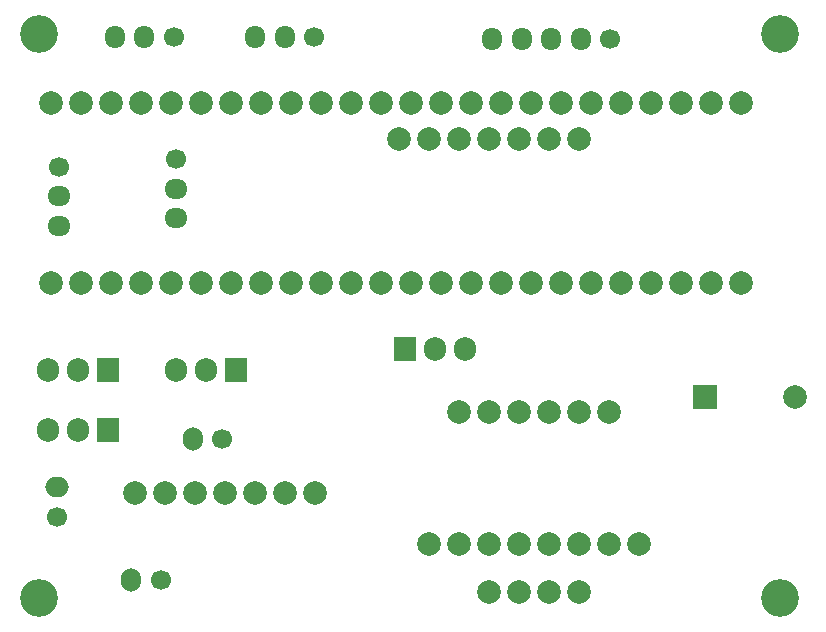
<source format=gbr>
%TF.GenerationSoftware,KiCad,Pcbnew,7.0.6-0*%
%TF.CreationDate,2023-11-16T12:01:13-05:00*%
%TF.ProjectId,TADPOL PCB,54414450-4f4c-4205-9043-422e6b696361,rev?*%
%TF.SameCoordinates,Original*%
%TF.FileFunction,Soldermask,Top*%
%TF.FilePolarity,Negative*%
%FSLAX46Y46*%
G04 Gerber Fmt 4.6, Leading zero omitted, Abs format (unit mm)*
G04 Created by KiCad (PCBNEW 7.0.6-0) date 2023-11-16 12:01:13*
%MOMM*%
%LPD*%
G01*
G04 APERTURE LIST*
%ADD10C,3.200000*%
%ADD11R,1.905000X2.000000*%
%ADD12O,1.905000X2.000000*%
%ADD13C,2.000000*%
%ADD14R,2.000000X2.000000*%
%ADD15C,1.700000*%
%ADD16O,1.950000X1.700000*%
%ADD17O,1.700000X1.950000*%
%ADD18O,1.700000X2.000000*%
%ADD19O,2.000000X1.700000*%
G04 APERTURE END LIST*
D10*
%TO.C,H2*%
X159004000Y-132080000D03*
%TD*%
D11*
%TO.C,Q2*%
X189992000Y-110998000D03*
D12*
X192532000Y-110998000D03*
X195072000Y-110998000D03*
%TD*%
D13*
%TO.C,BMP1*%
X167132000Y-123190000D03*
X169672000Y-123190000D03*
X172212000Y-123190000D03*
X174752000Y-123190000D03*
X177292000Y-123190000D03*
X179832000Y-123190000D03*
X182372000Y-123190000D03*
%TD*%
D14*
%TO.C,BZ1*%
X215412000Y-115062000D03*
D13*
X223012000Y-115062000D03*
%TD*%
%TO.C,Teensy4.1*%
X160020000Y-105410000D03*
X162560000Y-105410000D03*
X165100000Y-105410000D03*
X167640000Y-105410000D03*
X170180000Y-105410000D03*
X172720000Y-105410000D03*
X175260000Y-105410000D03*
X177800000Y-105410000D03*
X180340000Y-105410000D03*
X182880000Y-105410000D03*
X185420000Y-105410000D03*
X187960000Y-105410000D03*
X190500000Y-105410000D03*
X193040000Y-105410000D03*
X195580000Y-105410000D03*
X198120000Y-105410000D03*
X200660000Y-105410000D03*
X203200000Y-105410000D03*
X205740000Y-105410000D03*
X208280000Y-105410000D03*
X210820000Y-105410000D03*
X213360000Y-105410000D03*
X215900000Y-105410000D03*
X218440000Y-105410000D03*
X218440000Y-90170000D03*
X215900000Y-90170000D03*
X213360000Y-90170000D03*
X210820000Y-90170000D03*
X208280000Y-90170000D03*
X205740000Y-90170000D03*
X203200000Y-90170000D03*
X200660000Y-90170000D03*
X198120000Y-90170000D03*
X195580000Y-90170000D03*
X193040000Y-90170000D03*
X190500000Y-90170000D03*
X187960000Y-90170000D03*
X185420000Y-90170000D03*
X182880000Y-90170000D03*
X180340000Y-90170000D03*
X177800000Y-90170000D03*
X175260000Y-90170000D03*
X172720000Y-90170000D03*
X170180000Y-90170000D03*
X167640000Y-90170000D03*
X165100000Y-90170000D03*
X162560000Y-90170000D03*
X160020000Y-90170000D03*
%TD*%
%TO.C,BNO1*%
X207264000Y-116332000D03*
X204724000Y-116332000D03*
X202184000Y-116332000D03*
X199644000Y-116332000D03*
X197104000Y-116332000D03*
X194564000Y-116332000D03*
X204724000Y-131572000D03*
X202184000Y-131572000D03*
X199644000Y-131572000D03*
X197104000Y-131572000D03*
%TD*%
D10*
%TO.C,H4*%
X221742000Y-84328000D03*
%TD*%
%TO.C,H3*%
X221742000Y-132080000D03*
%TD*%
%TO.C,H1*%
X159004000Y-84328000D03*
%TD*%
D15*
%TO.C,Nichrome_Connector1*%
X160765000Y-95544000D03*
D16*
X160765000Y-98044000D03*
X160765000Y-100544000D03*
%TD*%
D15*
%TO.C,Nichrome_Connector2*%
X170637200Y-94934400D03*
D16*
X170637200Y-97434400D03*
X170637200Y-99934400D03*
%TD*%
D13*
%TO.C,Sparkfun_NEO-M9N1*%
X204724000Y-93218000D03*
X202184000Y-93218000D03*
X199644000Y-93218000D03*
X197104000Y-93218000D03*
X194564000Y-93218000D03*
X192024000Y-93218000D03*
X189484000Y-93218000D03*
X209804000Y-127508000D03*
X207264000Y-127508000D03*
X204724000Y-127508000D03*
X202184000Y-127508000D03*
X199644000Y-127508000D03*
X197104000Y-127508000D03*
X194564000Y-127508000D03*
X192024000Y-127508000D03*
%TD*%
D15*
%TO.C,Glider_Connection1*%
X207416400Y-84759800D03*
D17*
X204916400Y-84759800D03*
X202416400Y-84759800D03*
X199916400Y-84759800D03*
X197416400Y-84759800D03*
%TD*%
D15*
%TO.C,Servo1*%
X170434000Y-84582000D03*
D17*
X167934000Y-84582000D03*
X165434000Y-84582000D03*
%TD*%
D11*
%TO.C,Voltage_Regulator_5V2*%
X164846000Y-117856000D03*
D12*
X162306000Y-117856000D03*
X159766000Y-117856000D03*
%TD*%
D11*
%TO.C,D1*%
X175742600Y-112776000D03*
D12*
X173202600Y-112776000D03*
X170662600Y-112776000D03*
%TD*%
D15*
%TO.C,Bypass_Switch1*%
X174574200Y-118618000D03*
D18*
X172074200Y-118618000D03*
%TD*%
D15*
%TO.C,Servo2*%
X182332000Y-84565000D03*
D17*
X179832000Y-84565000D03*
X177332000Y-84565000D03*
%TD*%
D11*
%TO.C,Voltage_Regulator_5V1*%
X164846000Y-112776000D03*
D12*
X162306000Y-112776000D03*
X159766000Y-112776000D03*
%TD*%
D15*
%TO.C,Power1*%
X169342000Y-130588000D03*
D18*
X166842000Y-130588000D03*
%TD*%
D15*
%TO.C,PWR_OUT1*%
X160528000Y-125182000D03*
D19*
X160528000Y-122682000D03*
%TD*%
M02*

</source>
